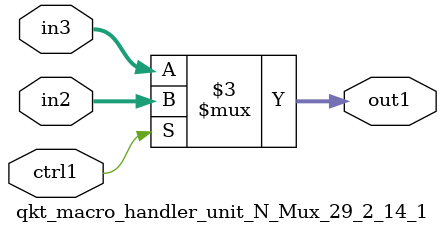
<source format=v>

`timescale 1ps / 1ps


module qkt_macro_handler_unit_N_Mux_29_2_14_1( in3, in2, ctrl1, out1 );

    input [28:0] in3;
    input [28:0] in2;
    input ctrl1;
    output [28:0] out1;
    reg [28:0] out1;

    
    // rtl_process:qkt_macro_handler_unit_N_Mux_29_2_14_1/qkt_macro_handler_unit_N_Mux_29_2_14_1_thread_1
    always @*
      begin : qkt_macro_handler_unit_N_Mux_29_2_14_1_thread_1
        case (ctrl1) 
          1'b1: 
            begin
              out1 = in2;
            end
          default: 
            begin
              out1 = in3;
            end
        endcase
      end

endmodule





</source>
